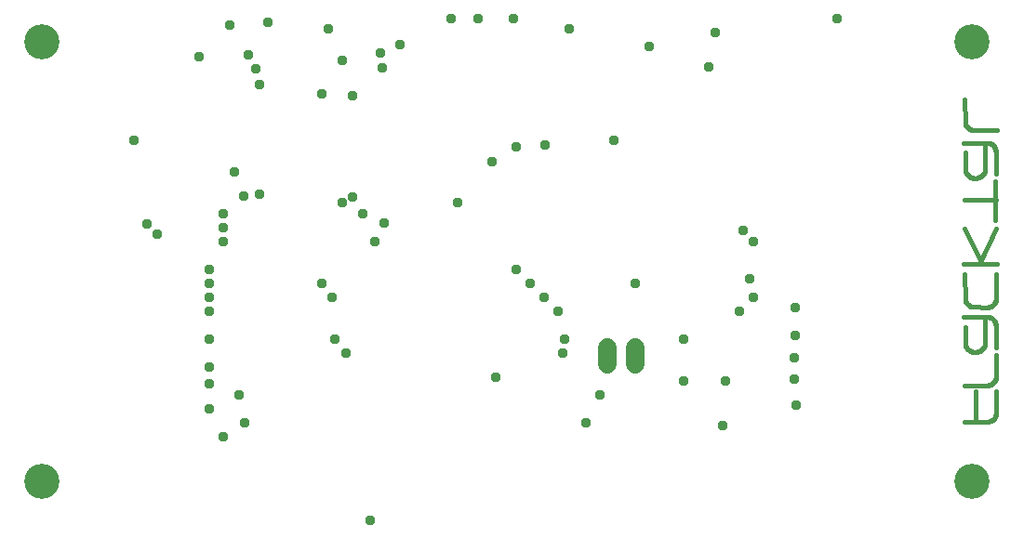
<source format=gbr>
G04 EAGLE Gerber RS-274X export*
G75*
%MOMM*%
%FSLAX34Y34*%
%LPD*%
%INSoldermask Bottom*%
%IPPOS*%
%AMOC8*
5,1,8,0,0,1.08239X$1,22.5*%
G01*
%ADD10C,3.203194*%
%ADD11C,0.406400*%
%ADD12C,1.727200*%
%ADD13C,0.959600*%


D10*
X164815Y536866D03*
X1011025Y536866D03*
X1011025Y136866D03*
X164815Y136866D03*
D11*
X1033272Y199644D02*
X1033018Y219202D01*
X1033272Y199644D02*
X1033272Y198882D01*
X1033270Y198698D01*
X1033263Y198514D01*
X1033252Y198330D01*
X1033236Y198147D01*
X1033216Y197964D01*
X1033192Y197781D01*
X1033163Y197599D01*
X1033130Y197418D01*
X1033092Y197238D01*
X1033051Y197058D01*
X1033004Y196880D01*
X1032954Y196703D01*
X1032899Y196527D01*
X1032840Y196353D01*
X1032777Y196180D01*
X1032709Y196009D01*
X1032638Y195839D01*
X1032562Y195671D01*
X1032483Y195505D01*
X1032399Y195341D01*
X1032312Y195179D01*
X1032220Y195019D01*
X1032125Y194861D01*
X1032026Y194706D01*
X1031923Y194553D01*
X1031817Y194403D01*
X1031707Y194255D01*
X1031593Y194110D01*
X1031476Y193968D01*
X1031356Y193829D01*
X1031232Y193693D01*
X1031105Y193559D01*
X1030975Y193429D01*
X1030841Y193302D01*
X1030705Y193178D01*
X1030566Y193058D01*
X1030424Y192941D01*
X1030279Y192827D01*
X1030131Y192717D01*
X1029981Y192611D01*
X1029828Y192508D01*
X1029673Y192409D01*
X1029515Y192314D01*
X1029355Y192222D01*
X1029193Y192135D01*
X1029029Y192051D01*
X1028863Y191972D01*
X1028695Y191896D01*
X1028525Y191825D01*
X1028354Y191757D01*
X1028181Y191694D01*
X1028007Y191635D01*
X1027831Y191580D01*
X1027654Y191530D01*
X1027476Y191483D01*
X1027296Y191442D01*
X1027116Y191404D01*
X1026935Y191371D01*
X1026753Y191342D01*
X1026570Y191318D01*
X1026387Y191298D01*
X1026204Y191282D01*
X1026020Y191271D01*
X1025836Y191264D01*
X1025652Y191262D01*
X1004316Y191262D01*
X1014730Y193548D02*
X1014730Y219202D01*
X1033272Y232410D02*
X1033272Y251968D01*
X1033272Y232410D02*
X1033270Y232213D01*
X1033262Y232015D01*
X1033250Y231819D01*
X1033234Y231622D01*
X1033212Y231426D01*
X1033186Y231230D01*
X1033155Y231035D01*
X1033119Y230841D01*
X1033079Y230648D01*
X1033034Y230456D01*
X1032984Y230265D01*
X1032930Y230075D01*
X1032871Y229887D01*
X1032807Y229700D01*
X1032739Y229515D01*
X1032667Y229331D01*
X1032590Y229150D01*
X1032509Y228970D01*
X1032423Y228792D01*
X1032333Y228616D01*
X1032239Y228443D01*
X1032140Y228272D01*
X1032038Y228103D01*
X1031931Y227937D01*
X1031821Y227774D01*
X1031706Y227613D01*
X1031588Y227455D01*
X1031466Y227300D01*
X1031340Y227148D01*
X1031211Y226999D01*
X1031078Y226854D01*
X1030941Y226711D01*
X1030801Y226572D01*
X1030658Y226436D01*
X1030511Y226304D01*
X1030361Y226176D01*
X1030209Y226051D01*
X1030053Y225930D01*
X1029894Y225812D01*
X1029733Y225699D01*
X1029569Y225590D01*
X1029402Y225484D01*
X1029232Y225383D01*
X1029061Y225286D01*
X1028887Y225193D01*
X1028710Y225104D01*
X1028532Y225019D01*
X1028352Y224939D01*
X1028170Y224863D01*
X1027986Y224792D01*
X1027800Y224725D01*
X1027613Y224663D01*
X1027424Y224605D01*
X1027234Y224552D01*
X1027043Y224504D01*
X1026850Y224460D01*
X1026657Y224421D01*
X1026463Y224386D01*
X1026267Y224357D01*
X1026072Y224332D01*
X1025875Y224311D01*
X1025679Y224296D01*
X1025482Y224285D01*
X1025284Y224279D01*
X1025087Y224278D01*
X1024890Y224282D01*
X1004316Y224028D01*
X1033018Y258318D02*
X1033018Y278638D01*
X1033016Y278837D01*
X1033008Y279035D01*
X1032996Y279233D01*
X1032979Y279431D01*
X1032957Y279629D01*
X1032931Y279826D01*
X1032899Y280022D01*
X1032863Y280217D01*
X1032822Y280412D01*
X1032777Y280605D01*
X1032726Y280797D01*
X1032671Y280988D01*
X1032611Y281177D01*
X1032547Y281365D01*
X1032478Y281552D01*
X1032405Y281736D01*
X1032327Y281919D01*
X1032244Y282100D01*
X1032158Y282278D01*
X1032067Y282455D01*
X1031971Y282629D01*
X1031872Y282801D01*
X1031768Y282971D01*
X1031660Y283137D01*
X1031548Y283301D01*
X1031432Y283463D01*
X1031312Y283621D01*
X1031189Y283777D01*
X1031061Y283929D01*
X1030930Y284078D01*
X1030795Y284224D01*
X1030657Y284367D01*
X1030516Y284506D01*
X1030370Y284642D01*
X1030222Y284774D01*
X1030071Y284903D01*
X1029916Y285028D01*
X1029759Y285149D01*
X1029598Y285266D01*
X1029435Y285379D01*
X1029269Y285488D01*
X1029100Y285593D01*
X1028929Y285694D01*
X1028755Y285790D01*
X1028580Y285883D01*
X1028401Y285971D01*
X1028221Y286055D01*
X1028039Y286134D01*
X1027855Y286209D01*
X1027669Y286279D01*
X1027482Y286345D01*
X1027293Y286406D01*
X1027102Y286462D01*
X1026911Y286514D01*
X1026718Y286561D01*
X1026523Y286603D01*
X1026328Y286641D01*
X1026133Y286674D01*
X1025936Y286702D01*
X1025739Y286725D01*
X1025541Y286744D01*
X1025343Y286757D01*
X1025144Y286766D01*
X1004062Y286512D01*
X1005078Y277622D02*
X1005078Y263398D01*
X1005081Y263183D01*
X1005088Y262967D01*
X1005101Y262752D01*
X1005120Y262537D01*
X1005143Y262323D01*
X1005172Y262110D01*
X1005206Y261897D01*
X1005245Y261685D01*
X1005289Y261474D01*
X1005338Y261264D01*
X1005392Y261056D01*
X1005451Y260849D01*
X1005515Y260643D01*
X1005585Y260439D01*
X1005659Y260237D01*
X1005738Y260036D01*
X1005822Y259838D01*
X1005910Y259641D01*
X1006004Y259447D01*
X1006102Y259255D01*
X1006204Y259066D01*
X1006312Y258879D01*
X1006423Y258695D01*
X1006540Y258513D01*
X1006660Y258335D01*
X1006785Y258159D01*
X1006914Y257986D01*
X1007047Y257817D01*
X1007184Y257651D01*
X1007325Y257488D01*
X1007471Y257329D01*
X1007620Y257173D01*
X1007772Y257021D01*
X1007928Y256873D01*
X1008088Y256728D01*
X1008252Y256588D01*
X1008418Y256451D01*
X1008588Y256319D01*
X1008761Y256190D01*
X1008937Y256066D01*
X1009116Y255946D01*
X1009298Y255831D01*
X1009483Y255720D01*
X1009670Y255613D01*
X1009860Y255512D01*
X1010053Y255414D01*
X1010247Y255322D01*
X1010444Y255234D01*
X1010643Y255151D01*
X1010843Y255072D01*
X1011046Y254999D01*
X1011250Y254931D01*
X1011456Y254867D01*
X1011664Y254809D01*
X1011872Y254755D01*
X1012082Y254707D01*
X1012293Y254664D01*
X1012505Y254626D01*
X1012718Y254593D01*
X1012932Y254565D01*
X1013146Y254542D01*
X1013361Y254525D01*
X1013576Y254513D01*
X1013792Y254506D01*
X1014007Y254504D01*
X1014222Y254508D01*
X1014467Y254518D01*
X1014711Y254534D01*
X1014954Y254555D01*
X1015197Y254583D01*
X1015439Y254617D01*
X1015680Y254656D01*
X1015921Y254702D01*
X1016160Y254753D01*
X1016397Y254810D01*
X1016634Y254873D01*
X1016868Y254941D01*
X1017101Y255015D01*
X1017332Y255095D01*
X1017561Y255181D01*
X1017788Y255272D01*
X1018013Y255368D01*
X1018235Y255470D01*
X1018454Y255578D01*
X1018671Y255690D01*
X1018885Y255808D01*
X1019097Y255932D01*
X1019305Y256060D01*
X1019510Y256193D01*
X1019711Y256331D01*
X1019909Y256474D01*
X1020104Y256622D01*
X1020295Y256775D01*
X1020482Y256932D01*
X1020665Y257094D01*
X1020845Y257260D01*
X1021020Y257431D01*
X1021191Y257605D01*
X1021358Y257784D01*
X1021520Y257967D01*
X1021678Y258154D01*
X1021831Y258344D01*
X1021979Y258538D01*
X1022123Y258736D01*
X1022262Y258937D01*
X1022396Y259142D01*
X1022525Y259350D01*
X1022648Y259560D01*
X1022767Y259774D01*
X1022880Y259991D01*
X1022988Y260210D01*
X1023091Y260432D01*
X1023188Y260656D01*
X1023280Y260883D01*
X1023366Y261112D01*
X1023366Y284734D01*
X1033272Y303276D02*
X1033272Y325628D01*
X1033272Y303276D02*
X1033270Y303083D01*
X1033263Y302889D01*
X1033251Y302696D01*
X1033234Y302504D01*
X1033213Y302311D01*
X1033187Y302120D01*
X1033156Y301929D01*
X1033121Y301739D01*
X1033081Y301549D01*
X1033037Y301361D01*
X1032988Y301174D01*
X1032934Y300988D01*
X1032876Y300804D01*
X1032813Y300621D01*
X1032746Y300440D01*
X1032674Y300260D01*
X1032598Y300082D01*
X1032518Y299906D01*
X1032434Y299732D01*
X1032345Y299560D01*
X1032252Y299391D01*
X1032155Y299224D01*
X1032054Y299059D01*
X1031948Y298896D01*
X1031839Y298737D01*
X1031726Y298580D01*
X1031610Y298425D01*
X1031489Y298274D01*
X1031365Y298126D01*
X1031237Y297981D01*
X1031106Y297839D01*
X1030971Y297700D01*
X1030833Y297564D01*
X1030692Y297432D01*
X1030548Y297304D01*
X1030400Y297179D01*
X1030249Y297057D01*
X1030096Y296940D01*
X1029939Y296826D01*
X1029780Y296716D01*
X1029619Y296610D01*
X1029454Y296508D01*
X1029288Y296410D01*
X1029119Y296316D01*
X1028947Y296226D01*
X1028774Y296141D01*
X1028598Y296060D01*
X1028421Y295983D01*
X1028242Y295910D01*
X1028061Y295842D01*
X1027878Y295778D01*
X1027694Y295719D01*
X1027508Y295664D01*
X1027322Y295614D01*
X1027134Y295569D01*
X1026945Y295528D01*
X1026755Y295491D01*
X1026564Y295460D01*
X1026372Y295433D01*
X1026180Y295410D01*
X1025988Y295393D01*
X1025795Y295380D01*
X1025602Y295372D01*
X1025408Y295368D01*
X1025215Y295369D01*
X1025021Y295375D01*
X1024828Y295386D01*
X1024636Y295402D01*
X1013206Y295656D01*
X1013001Y295663D01*
X1012796Y295675D01*
X1012591Y295692D01*
X1012387Y295714D01*
X1012183Y295741D01*
X1011981Y295773D01*
X1011779Y295809D01*
X1011578Y295851D01*
X1011378Y295898D01*
X1011179Y295949D01*
X1010981Y296005D01*
X1010785Y296066D01*
X1010591Y296131D01*
X1010398Y296202D01*
X1010207Y296277D01*
X1010017Y296356D01*
X1009830Y296440D01*
X1009645Y296529D01*
X1009462Y296622D01*
X1009281Y296719D01*
X1009103Y296821D01*
X1008927Y296927D01*
X1008754Y297038D01*
X1008584Y297152D01*
X1008416Y297271D01*
X1008251Y297394D01*
X1008090Y297520D01*
X1007931Y297651D01*
X1007776Y297785D01*
X1007624Y297923D01*
X1007475Y298065D01*
X1007330Y298210D01*
X1007189Y298359D01*
X1007051Y298511D01*
X1006917Y298666D01*
X1006786Y298825D01*
X1006660Y298986D01*
X1006537Y299151D01*
X1006419Y299319D01*
X1006304Y299489D01*
X1006194Y299662D01*
X1006088Y299838D01*
X1005986Y300016D01*
X1005889Y300197D01*
X1005796Y300380D01*
X1005707Y300565D01*
X1005623Y300753D01*
X1005544Y300942D01*
X1005469Y301133D01*
X1005399Y301326D01*
X1005333Y301521D01*
X1005272Y301717D01*
X1005217Y301914D01*
X1005165Y302113D01*
X1005119Y302313D01*
X1005078Y302514D01*
X1004824Y325628D01*
X1018032Y335280D02*
X1034288Y335280D01*
X1018032Y335280D02*
X1004062Y335280D01*
X1018032Y335280D02*
X1033272Y367284D01*
X1004570Y367284D02*
X1019048Y338074D01*
X1032764Y374904D02*
X1032764Y410464D01*
X1033018Y392938D02*
X1004316Y392938D01*
X1033018Y416814D02*
X1033018Y437134D01*
X1033016Y437333D01*
X1033008Y437531D01*
X1032996Y437729D01*
X1032979Y437927D01*
X1032957Y438125D01*
X1032931Y438322D01*
X1032899Y438518D01*
X1032863Y438713D01*
X1032822Y438908D01*
X1032777Y439101D01*
X1032726Y439293D01*
X1032671Y439484D01*
X1032611Y439673D01*
X1032547Y439861D01*
X1032478Y440048D01*
X1032405Y440232D01*
X1032327Y440415D01*
X1032244Y440596D01*
X1032158Y440774D01*
X1032067Y440951D01*
X1031971Y441125D01*
X1031872Y441297D01*
X1031768Y441467D01*
X1031660Y441633D01*
X1031548Y441797D01*
X1031432Y441959D01*
X1031312Y442117D01*
X1031189Y442273D01*
X1031061Y442425D01*
X1030930Y442574D01*
X1030795Y442720D01*
X1030657Y442863D01*
X1030516Y443002D01*
X1030370Y443138D01*
X1030222Y443270D01*
X1030071Y443399D01*
X1029916Y443524D01*
X1029759Y443645D01*
X1029598Y443762D01*
X1029435Y443875D01*
X1029269Y443984D01*
X1029100Y444089D01*
X1028929Y444190D01*
X1028755Y444286D01*
X1028580Y444379D01*
X1028401Y444467D01*
X1028221Y444551D01*
X1028039Y444630D01*
X1027855Y444705D01*
X1027669Y444775D01*
X1027482Y444841D01*
X1027293Y444902D01*
X1027102Y444958D01*
X1026911Y445010D01*
X1026718Y445057D01*
X1026523Y445099D01*
X1026328Y445137D01*
X1026133Y445170D01*
X1025936Y445198D01*
X1025739Y445221D01*
X1025541Y445240D01*
X1025343Y445253D01*
X1025144Y445262D01*
X1004062Y445008D01*
X1005078Y436118D02*
X1005078Y421894D01*
X1005081Y421679D01*
X1005088Y421463D01*
X1005101Y421248D01*
X1005120Y421033D01*
X1005143Y420819D01*
X1005172Y420606D01*
X1005206Y420393D01*
X1005245Y420181D01*
X1005289Y419970D01*
X1005338Y419760D01*
X1005392Y419552D01*
X1005451Y419345D01*
X1005515Y419139D01*
X1005585Y418935D01*
X1005659Y418733D01*
X1005738Y418532D01*
X1005822Y418334D01*
X1005910Y418137D01*
X1006004Y417943D01*
X1006102Y417751D01*
X1006204Y417562D01*
X1006312Y417375D01*
X1006423Y417191D01*
X1006540Y417009D01*
X1006660Y416831D01*
X1006785Y416655D01*
X1006914Y416482D01*
X1007047Y416313D01*
X1007184Y416147D01*
X1007325Y415984D01*
X1007471Y415825D01*
X1007620Y415669D01*
X1007772Y415517D01*
X1007928Y415369D01*
X1008088Y415224D01*
X1008252Y415084D01*
X1008418Y414947D01*
X1008588Y414815D01*
X1008761Y414686D01*
X1008937Y414562D01*
X1009116Y414442D01*
X1009298Y414327D01*
X1009483Y414216D01*
X1009670Y414109D01*
X1009860Y414008D01*
X1010053Y413910D01*
X1010247Y413818D01*
X1010444Y413730D01*
X1010643Y413647D01*
X1010843Y413568D01*
X1011046Y413495D01*
X1011250Y413427D01*
X1011456Y413363D01*
X1011664Y413305D01*
X1011872Y413251D01*
X1012082Y413203D01*
X1012293Y413160D01*
X1012505Y413122D01*
X1012718Y413089D01*
X1012932Y413061D01*
X1013146Y413038D01*
X1013361Y413021D01*
X1013576Y413009D01*
X1013792Y413002D01*
X1014007Y413000D01*
X1014222Y413004D01*
X1014467Y413014D01*
X1014711Y413030D01*
X1014954Y413051D01*
X1015197Y413079D01*
X1015439Y413113D01*
X1015680Y413152D01*
X1015921Y413198D01*
X1016160Y413249D01*
X1016397Y413306D01*
X1016634Y413369D01*
X1016868Y413437D01*
X1017101Y413511D01*
X1017332Y413591D01*
X1017561Y413677D01*
X1017788Y413768D01*
X1018013Y413864D01*
X1018235Y413966D01*
X1018454Y414074D01*
X1018671Y414186D01*
X1018885Y414304D01*
X1019097Y414428D01*
X1019305Y414556D01*
X1019510Y414689D01*
X1019711Y414827D01*
X1019909Y414970D01*
X1020104Y415118D01*
X1020295Y415271D01*
X1020482Y415428D01*
X1020665Y415590D01*
X1020845Y415756D01*
X1021020Y415927D01*
X1021191Y416101D01*
X1021358Y416280D01*
X1021520Y416463D01*
X1021678Y416650D01*
X1021831Y416840D01*
X1021979Y417034D01*
X1022123Y417232D01*
X1022262Y417433D01*
X1022396Y417638D01*
X1022525Y417846D01*
X1022648Y418056D01*
X1022767Y418270D01*
X1022880Y418487D01*
X1022988Y418706D01*
X1023091Y418928D01*
X1023188Y419152D01*
X1023280Y419379D01*
X1023366Y419608D01*
X1023366Y443230D01*
X1013206Y456692D02*
X1034542Y456692D01*
X1013206Y456692D02*
X1013006Y456694D01*
X1012805Y456702D01*
X1012605Y456714D01*
X1012406Y456731D01*
X1012206Y456753D01*
X1012008Y456780D01*
X1011810Y456812D01*
X1011613Y456849D01*
X1011417Y456890D01*
X1011222Y456937D01*
X1011028Y456988D01*
X1010835Y457044D01*
X1010644Y457104D01*
X1010455Y457169D01*
X1010267Y457239D01*
X1010081Y457314D01*
X1009897Y457393D01*
X1009714Y457476D01*
X1009534Y457564D01*
X1009356Y457656D01*
X1009181Y457753D01*
X1009008Y457854D01*
X1008837Y457959D01*
X1008669Y458068D01*
X1008504Y458182D01*
X1008341Y458299D01*
X1008182Y458420D01*
X1008025Y458546D01*
X1007872Y458675D01*
X1007722Y458807D01*
X1007575Y458944D01*
X1007431Y459084D01*
X1007291Y459227D01*
X1007155Y459374D01*
X1007022Y459524D01*
X1006893Y459678D01*
X1006768Y459834D01*
X1006647Y459993D01*
X1006529Y460156D01*
X1006416Y460321D01*
X1006306Y460489D01*
X1006201Y460660D01*
X1006100Y460833D01*
X1006004Y461009D01*
X1005911Y461186D01*
X1005823Y461367D01*
X1005740Y461549D01*
X1005661Y461733D01*
X1005587Y461919D01*
X1005517Y462107D01*
X1005451Y462296D01*
X1005391Y462488D01*
X1005335Y462680D01*
X1005284Y462874D01*
X1005238Y463069D01*
X1005196Y463265D01*
X1005159Y463462D01*
X1005128Y463660D01*
X1005101Y463858D01*
X1005078Y464058D01*
X1004824Y484886D01*
D12*
X704850Y258445D02*
X704850Y243205D01*
X679450Y243205D02*
X679450Y258445D01*
D13*
X307975Y523494D03*
X248666Y447675D03*
X335407Y552450D03*
X457200Y381000D03*
X330200Y381000D03*
X259969Y371475D03*
X370332Y554990D03*
X330200Y355600D03*
X812800Y355600D03*
X467881Y355600D03*
X593725Y558800D03*
X330200Y368300D03*
X803275Y365125D03*
X476631Y371856D03*
X644525Y549275D03*
X717550Y533400D03*
X771671Y514204D03*
X777875Y546100D03*
X463550Y101600D03*
X330200Y177800D03*
X339725Y419100D03*
X577850Y231775D03*
X352425Y525272D03*
X317500Y317500D03*
X809244Y321056D03*
X609600Y317500D03*
X419834Y317500D03*
X704850Y317500D03*
X419834Y489684D03*
X317500Y304800D03*
X812800Y304800D03*
X622300Y304800D03*
X429006Y304800D03*
X473075Y527050D03*
X317500Y292100D03*
X800100Y292100D03*
X635000Y292100D03*
X850900Y295275D03*
X542925Y390525D03*
X638907Y254000D03*
X317500Y241300D03*
X447210Y395859D03*
X441325Y254000D03*
X447210Y487723D03*
X474726Y513842D03*
X490728Y535079D03*
X640685Y266700D03*
X317500Y266700D03*
X438122Y390525D03*
X431800Y266700D03*
X438122Y520672D03*
X660400Y190500D03*
X317500Y203200D03*
X362712Y498094D03*
X362501Y398371D03*
X349250Y190500D03*
X561975Y558800D03*
X673100Y215900D03*
X317500Y225425D03*
X359509Y512953D03*
X348841Y396875D03*
X343888Y215900D03*
X536956Y558292D03*
X849503Y249428D03*
X596773Y441960D03*
X749300Y228600D03*
X749300Y266700D03*
X850900Y269875D03*
X574294Y427736D03*
X851281Y206375D03*
X685419Y447167D03*
X784225Y187325D03*
X787400Y228600D03*
X849503Y229997D03*
X622808Y443357D03*
X596900Y330200D03*
X317500Y330200D03*
X269875Y361950D03*
X425069Y549275D03*
X889000Y558800D03*
M02*

</source>
